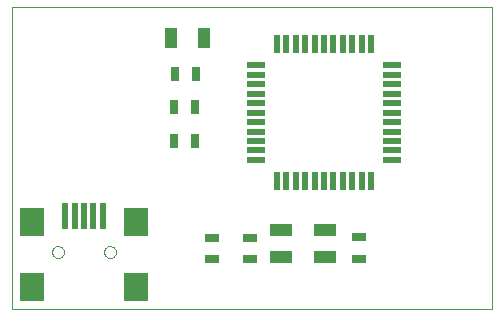
<source format=gtp>
G75*
G70*
%OFA0B0*%
%FSLAX24Y24*%
%IPPOS*%
%LPD*%
%AMOC8*
5,1,8,0,0,1.08239X$1,22.5*
%
%ADD10C,0.0000*%
%ADD11R,0.0591X0.0197*%
%ADD12R,0.0197X0.0591*%
%ADD13R,0.0748X0.0433*%
%ADD14R,0.0472X0.0315*%
%ADD15R,0.0315X0.0472*%
%ADD16R,0.0394X0.0709*%
%ADD17R,0.0787X0.0945*%
%ADD18R,0.0197X0.0909*%
D10*
X000180Y000416D02*
X000180Y010496D01*
X016180Y010496D01*
X016180Y000416D01*
X000180Y000416D01*
X001517Y002330D02*
X001519Y002357D01*
X001525Y002384D01*
X001534Y002410D01*
X001547Y002434D01*
X001563Y002457D01*
X001582Y002476D01*
X001604Y002493D01*
X001628Y002507D01*
X001653Y002517D01*
X001680Y002524D01*
X001707Y002527D01*
X001735Y002526D01*
X001762Y002521D01*
X001788Y002513D01*
X001812Y002501D01*
X001835Y002485D01*
X001856Y002467D01*
X001873Y002446D01*
X001888Y002422D01*
X001899Y002397D01*
X001907Y002371D01*
X001911Y002344D01*
X001911Y002316D01*
X001907Y002289D01*
X001899Y002263D01*
X001888Y002238D01*
X001873Y002214D01*
X001856Y002193D01*
X001835Y002175D01*
X001813Y002159D01*
X001788Y002147D01*
X001762Y002139D01*
X001735Y002134D01*
X001707Y002133D01*
X001680Y002136D01*
X001653Y002143D01*
X001628Y002153D01*
X001604Y002167D01*
X001582Y002184D01*
X001563Y002203D01*
X001547Y002226D01*
X001534Y002250D01*
X001525Y002276D01*
X001519Y002303D01*
X001517Y002330D01*
X003249Y002330D02*
X003251Y002357D01*
X003257Y002384D01*
X003266Y002410D01*
X003279Y002434D01*
X003295Y002457D01*
X003314Y002476D01*
X003336Y002493D01*
X003360Y002507D01*
X003385Y002517D01*
X003412Y002524D01*
X003439Y002527D01*
X003467Y002526D01*
X003494Y002521D01*
X003520Y002513D01*
X003544Y002501D01*
X003567Y002485D01*
X003588Y002467D01*
X003605Y002446D01*
X003620Y002422D01*
X003631Y002397D01*
X003639Y002371D01*
X003643Y002344D01*
X003643Y002316D01*
X003639Y002289D01*
X003631Y002263D01*
X003620Y002238D01*
X003605Y002214D01*
X003588Y002193D01*
X003567Y002175D01*
X003545Y002159D01*
X003520Y002147D01*
X003494Y002139D01*
X003467Y002134D01*
X003439Y002133D01*
X003412Y002136D01*
X003385Y002143D01*
X003360Y002153D01*
X003336Y002167D01*
X003314Y002184D01*
X003295Y002203D01*
X003279Y002226D01*
X003266Y002250D01*
X003257Y002276D01*
X003251Y002303D01*
X003249Y002330D01*
D11*
X008297Y005401D03*
X008297Y005716D03*
X008297Y006031D03*
X008297Y006346D03*
X008297Y006661D03*
X008297Y006976D03*
X008297Y007291D03*
X008297Y007606D03*
X008297Y007921D03*
X008297Y008236D03*
X008297Y008551D03*
X012863Y008551D03*
X012863Y008236D03*
X012863Y007921D03*
X012863Y007606D03*
X012863Y007291D03*
X012863Y006976D03*
X012863Y006661D03*
X012863Y006346D03*
X012863Y006031D03*
X012863Y005716D03*
X012863Y005401D03*
D12*
X012155Y004693D03*
X011840Y004693D03*
X011525Y004693D03*
X011210Y004693D03*
X010895Y004693D03*
X010580Y004693D03*
X010265Y004693D03*
X009950Y004693D03*
X009635Y004693D03*
X009320Y004693D03*
X009005Y004693D03*
X009005Y009259D03*
X009320Y009259D03*
X009635Y009259D03*
X009950Y009259D03*
X010265Y009259D03*
X010580Y009259D03*
X010895Y009259D03*
X011210Y009259D03*
X011525Y009259D03*
X011840Y009259D03*
X012155Y009259D03*
D13*
X010608Y003069D03*
X010608Y002163D03*
X009152Y002163D03*
X009152Y003069D03*
D14*
X008120Y002810D03*
X008120Y002102D03*
X006840Y002102D03*
X006840Y002810D03*
X011750Y002820D03*
X011750Y002112D03*
D15*
X006294Y006036D03*
X005586Y006036D03*
X005586Y007156D03*
X006294Y007156D03*
X006314Y008276D03*
X005606Y008276D03*
D16*
X005469Y009476D03*
X006571Y009476D03*
D17*
X004312Y003314D03*
X004312Y001149D03*
X000848Y001149D03*
X000848Y003314D03*
D18*
X001950Y003536D03*
X002265Y003536D03*
X002580Y003536D03*
X002895Y003536D03*
X003210Y003536D03*
M02*

</source>
